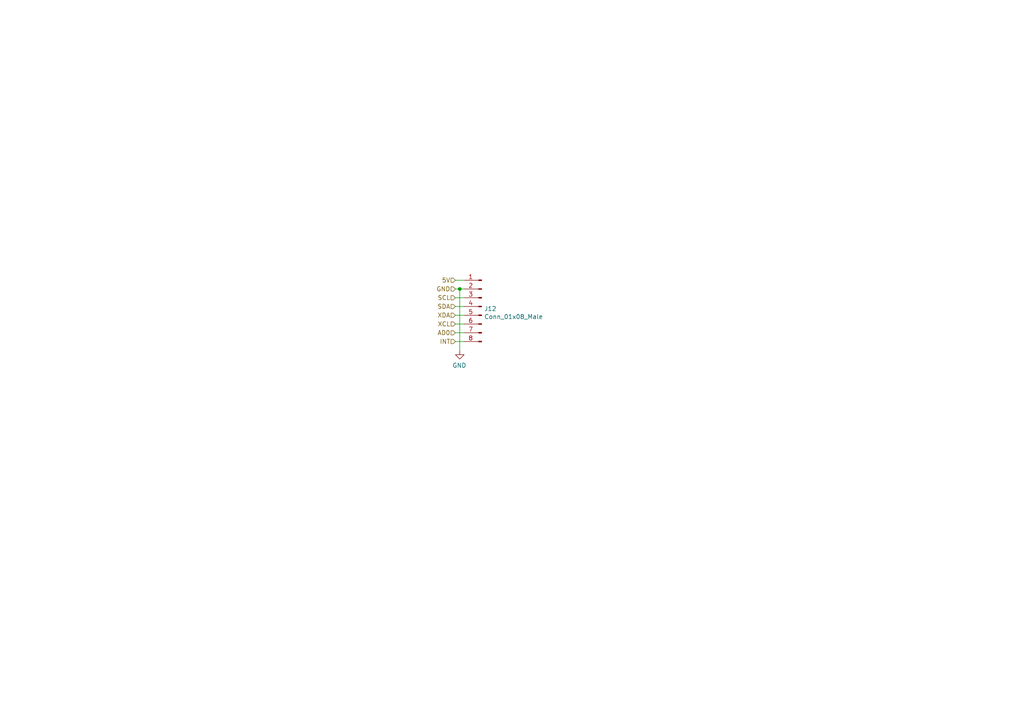
<source format=kicad_sch>
(kicad_sch (version 20211123) (generator eeschema)

  (uuid 51f5536d-48d2-4807-be44-93f427952b0e)

  (paper "A4")

  (lib_symbols
    (symbol "Connector:Conn_01x08_Male" (pin_names (offset 1.016) hide) (in_bom yes) (on_board yes)
      (property "Reference" "J" (id 0) (at 0 10.16 0)
        (effects (font (size 1.27 1.27)))
      )
      (property "Value" "Conn_01x08_Male" (id 1) (at 0 -12.7 0)
        (effects (font (size 1.27 1.27)))
      )
      (property "Footprint" "" (id 2) (at 0 0 0)
        (effects (font (size 1.27 1.27)) hide)
      )
      (property "Datasheet" "~" (id 3) (at 0 0 0)
        (effects (font (size 1.27 1.27)) hide)
      )
      (property "ki_keywords" "connector" (id 4) (at 0 0 0)
        (effects (font (size 1.27 1.27)) hide)
      )
      (property "ki_description" "Generic connector, single row, 01x08, script generated (kicad-library-utils/schlib/autogen/connector/)" (id 5) (at 0 0 0)
        (effects (font (size 1.27 1.27)) hide)
      )
      (property "ki_fp_filters" "Connector*:*_1x??_*" (id 6) (at 0 0 0)
        (effects (font (size 1.27 1.27)) hide)
      )
      (symbol "Conn_01x08_Male_1_1"
        (polyline
          (pts
            (xy 1.27 -10.16)
            (xy 0.8636 -10.16)
          )
          (stroke (width 0.1524) (type default) (color 0 0 0 0))
          (fill (type none))
        )
        (polyline
          (pts
            (xy 1.27 -7.62)
            (xy 0.8636 -7.62)
          )
          (stroke (width 0.1524) (type default) (color 0 0 0 0))
          (fill (type none))
        )
        (polyline
          (pts
            (xy 1.27 -5.08)
            (xy 0.8636 -5.08)
          )
          (stroke (width 0.1524) (type default) (color 0 0 0 0))
          (fill (type none))
        )
        (polyline
          (pts
            (xy 1.27 -2.54)
            (xy 0.8636 -2.54)
          )
          (stroke (width 0.1524) (type default) (color 0 0 0 0))
          (fill (type none))
        )
        (polyline
          (pts
            (xy 1.27 0)
            (xy 0.8636 0)
          )
          (stroke (width 0.1524) (type default) (color 0 0 0 0))
          (fill (type none))
        )
        (polyline
          (pts
            (xy 1.27 2.54)
            (xy 0.8636 2.54)
          )
          (stroke (width 0.1524) (type default) (color 0 0 0 0))
          (fill (type none))
        )
        (polyline
          (pts
            (xy 1.27 5.08)
            (xy 0.8636 5.08)
          )
          (stroke (width 0.1524) (type default) (color 0 0 0 0))
          (fill (type none))
        )
        (polyline
          (pts
            (xy 1.27 7.62)
            (xy 0.8636 7.62)
          )
          (stroke (width 0.1524) (type default) (color 0 0 0 0))
          (fill (type none))
        )
        (rectangle (start 0.8636 -10.033) (end 0 -10.287)
          (stroke (width 0.1524) (type default) (color 0 0 0 0))
          (fill (type outline))
        )
        (rectangle (start 0.8636 -7.493) (end 0 -7.747)
          (stroke (width 0.1524) (type default) (color 0 0 0 0))
          (fill (type outline))
        )
        (rectangle (start 0.8636 -4.953) (end 0 -5.207)
          (stroke (width 0.1524) (type default) (color 0 0 0 0))
          (fill (type outline))
        )
        (rectangle (start 0.8636 -2.413) (end 0 -2.667)
          (stroke (width 0.1524) (type default) (color 0 0 0 0))
          (fill (type outline))
        )
        (rectangle (start 0.8636 0.127) (end 0 -0.127)
          (stroke (width 0.1524) (type default) (color 0 0 0 0))
          (fill (type outline))
        )
        (rectangle (start 0.8636 2.667) (end 0 2.413)
          (stroke (width 0.1524) (type default) (color 0 0 0 0))
          (fill (type outline))
        )
        (rectangle (start 0.8636 5.207) (end 0 4.953)
          (stroke (width 0.1524) (type default) (color 0 0 0 0))
          (fill (type outline))
        )
        (rectangle (start 0.8636 7.747) (end 0 7.493)
          (stroke (width 0.1524) (type default) (color 0 0 0 0))
          (fill (type outline))
        )
        (pin passive line (at 5.08 7.62 180) (length 3.81)
          (name "Pin_1" (effects (font (size 1.27 1.27))))
          (number "1" (effects (font (size 1.27 1.27))))
        )
        (pin passive line (at 5.08 5.08 180) (length 3.81)
          (name "Pin_2" (effects (font (size 1.27 1.27))))
          (number "2" (effects (font (size 1.27 1.27))))
        )
        (pin passive line (at 5.08 2.54 180) (length 3.81)
          (name "Pin_3" (effects (font (size 1.27 1.27))))
          (number "3" (effects (font (size 1.27 1.27))))
        )
        (pin passive line (at 5.08 0 180) (length 3.81)
          (name "Pin_4" (effects (font (size 1.27 1.27))))
          (number "4" (effects (font (size 1.27 1.27))))
        )
        (pin passive line (at 5.08 -2.54 180) (length 3.81)
          (name "Pin_5" (effects (font (size 1.27 1.27))))
          (number "5" (effects (font (size 1.27 1.27))))
        )
        (pin passive line (at 5.08 -5.08 180) (length 3.81)
          (name "Pin_6" (effects (font (size 1.27 1.27))))
          (number "6" (effects (font (size 1.27 1.27))))
        )
        (pin passive line (at 5.08 -7.62 180) (length 3.81)
          (name "Pin_7" (effects (font (size 1.27 1.27))))
          (number "7" (effects (font (size 1.27 1.27))))
        )
        (pin passive line (at 5.08 -10.16 180) (length 3.81)
          (name "Pin_8" (effects (font (size 1.27 1.27))))
          (number "8" (effects (font (size 1.27 1.27))))
        )
      )
    )
    (symbol "power:GND" (power) (pin_names (offset 0)) (in_bom yes) (on_board yes)
      (property "Reference" "#PWR" (id 0) (at 0 -6.35 0)
        (effects (font (size 1.27 1.27)) hide)
      )
      (property "Value" "GND" (id 1) (at 0 -3.81 0)
        (effects (font (size 1.27 1.27)))
      )
      (property "Footprint" "" (id 2) (at 0 0 0)
        (effects (font (size 1.27 1.27)) hide)
      )
      (property "Datasheet" "" (id 3) (at 0 0 0)
        (effects (font (size 1.27 1.27)) hide)
      )
      (property "ki_keywords" "power-flag" (id 4) (at 0 0 0)
        (effects (font (size 1.27 1.27)) hide)
      )
      (property "ki_description" "Power symbol creates a global label with name \"GND\" , ground" (id 5) (at 0 0 0)
        (effects (font (size 1.27 1.27)) hide)
      )
      (symbol "GND_0_1"
        (polyline
          (pts
            (xy 0 0)
            (xy 0 -1.27)
            (xy 1.27 -1.27)
            (xy 0 -2.54)
            (xy -1.27 -1.27)
            (xy 0 -1.27)
          )
          (stroke (width 0) (type default) (color 0 0 0 0))
          (fill (type none))
        )
      )
      (symbol "GND_1_1"
        (pin power_in line (at 0 0 270) (length 0) hide
          (name "GND" (effects (font (size 1.27 1.27))))
          (number "1" (effects (font (size 1.27 1.27))))
        )
      )
    )
  )

  (junction (at 133.35 83.82) (diameter 0) (color 0 0 0 0)
    (uuid d04eabf5-018b-4006-a739-ce16277681b7)
  )

  (wire (pts (xy 132.08 99.06) (xy 134.62 99.06))
    (stroke (width 0) (type default) (color 0 0 0 0))
    (uuid 017667a9-f5de-49c7-af53-4f9af2f3a311)
  )
  (wire (pts (xy 132.08 86.36) (xy 134.62 86.36))
    (stroke (width 0) (type default) (color 0 0 0 0))
    (uuid 2a4f1c24-6486-4fd8-8092-72bb07a81274)
  )
  (wire (pts (xy 132.08 83.82) (xy 133.35 83.82))
    (stroke (width 0) (type default) (color 0 0 0 0))
    (uuid 3382bf79-b686-4aeb-9419-c8ab591662bb)
  )
  (wire (pts (xy 132.08 96.52) (xy 134.62 96.52))
    (stroke (width 0) (type default) (color 0 0 0 0))
    (uuid 7d2422a2-6679-4b2f-b253-47eef0da2414)
  )
  (wire (pts (xy 132.08 91.44) (xy 134.62 91.44))
    (stroke (width 0) (type default) (color 0 0 0 0))
    (uuid 897277a3-b7ce-4d18-8c5f-1c984a246298)
  )
  (wire (pts (xy 132.08 81.28) (xy 134.62 81.28))
    (stroke (width 0) (type default) (color 0 0 0 0))
    (uuid a1701438-3c8b-4b49-8695-36ec7f9ae4d2)
  )
  (wire (pts (xy 134.62 83.82) (xy 133.35 83.82))
    (stroke (width 0) (type default) (color 0 0 0 0))
    (uuid a7c83b25-afbd-4974-8870-387db8f81a5c)
  )
  (wire (pts (xy 133.35 83.82) (xy 133.35 101.6))
    (stroke (width 0) (type default) (color 0 0 0 0))
    (uuid c7db4903-f95a-49f5-bcce-c52f0ca8defc)
  )
  (wire (pts (xy 132.08 88.9) (xy 134.62 88.9))
    (stroke (width 0) (type default) (color 0 0 0 0))
    (uuid e6bf257d-5112-423c-b70a-adf8446f29da)
  )
  (wire (pts (xy 132.08 93.98) (xy 134.62 93.98))
    (stroke (width 0) (type default) (color 0 0 0 0))
    (uuid ed612f6d-67c1-4198-976d-84139f8d99bc)
  )

  (hierarchical_label "AD0" (shape input) (at 132.08 96.52 180)
    (effects (font (size 1.27 1.27)) (justify right))
    (uuid 1ae3634a-f90f-4c6a-8ba7-b38f98d4ccb2)
  )
  (hierarchical_label "XDA" (shape input) (at 132.08 91.44 180)
    (effects (font (size 1.27 1.27)) (justify right))
    (uuid 1d9dc91c-3457-4ca5-8e42-43be60ae0831)
  )
  (hierarchical_label "SCL" (shape input) (at 132.08 86.36 180)
    (effects (font (size 1.27 1.27)) (justify right))
    (uuid 2c10387c-3cac-4a7c-bbfb-95d69f41a890)
  )
  (hierarchical_label "INT" (shape input) (at 132.08 99.06 180)
    (effects (font (size 1.27 1.27)) (justify right))
    (uuid 4c144ffa-02d0-42da-aef1-f5175cbde9c0)
  )
  (hierarchical_label "XCL" (shape input) (at 132.08 93.98 180)
    (effects (font (size 1.27 1.27)) (justify right))
    (uuid 80b9a57f-3326-43ca-b6ca-5e911992b3c4)
  )
  (hierarchical_label "5V" (shape input) (at 132.08 81.28 180)
    (effects (font (size 1.27 1.27)) (justify right))
    (uuid 92d938cc-f8b1-437d-8914-3d97a0938f67)
  )
  (hierarchical_label "GND" (shape input) (at 132.08 83.82 180)
    (effects (font (size 1.27 1.27)) (justify right))
    (uuid bc204c79-0619-4b16-889d-335bfdd71ce0)
  )
  (hierarchical_label "SDA" (shape input) (at 132.08 88.9 180)
    (effects (font (size 1.27 1.27)) (justify right))
    (uuid f1c2e9b0-6f9f-485b-b482-d408df476d0f)
  )

  (symbol (lib_id "power:GND") (at 133.35 101.6 0) (mirror y) (unit 1)
    (in_bom yes) (on_board yes)
    (uuid 00000000-0000-0000-0000-000061837f5d)
    (property "Reference" "#PWR066" (id 0) (at 133.35 107.95 0)
      (effects (font (size 1.27 1.27)) hide)
    )
    (property "Value" "GND" (id 1) (at 133.223 105.9942 0))
    (property "Footprint" "" (id 2) (at 133.35 101.6 0)
      (effects (font (size 1.27 1.27)) hide)
    )
    (property "Datasheet" "" (id 3) (at 133.35 101.6 0)
      (effects (font (size 1.27 1.27)) hide)
    )
    (pin "1" (uuid c994d980-7bd2-480d-9db9-daf1e1397ac2))
  )

  (symbol (lib_id "Connector:Conn_01x08_Male") (at 139.7 88.9 0) (mirror y) (unit 1)
    (in_bom yes) (on_board yes)
    (uuid 00000000-0000-0000-0000-00006183942c)
    (property "Reference" "J12" (id 0) (at 140.4112 89.5604 0)
      (effects (font (size 1.27 1.27)) (justify right))
    )
    (property "Value" "Conn_01x08_Male" (id 1) (at 140.4112 91.8718 0)
      (effects (font (size 1.27 1.27)) (justify right))
    )
    (property "Footprint" "RascalHat:MPU-6050-Module" (id 2) (at 139.7 88.9 0)
      (effects (font (size 1.27 1.27)) hide)
    )
    (property "Datasheet" "~" (id 3) (at 139.7 88.9 0)
      (effects (font (size 1.27 1.27)) hide)
    )
    (pin "1" (uuid f5751636-179d-42f6-84a1-b57312e22235))
    (pin "2" (uuid 8db473f2-a523-45d0-95f3-17da82cb6fed))
    (pin "3" (uuid c1982966-86d2-469d-8d70-d9749f2686e5))
    (pin "4" (uuid a4f92e98-9948-4fe7-9593-97fe8797b7e6))
    (pin "5" (uuid a3fc79d6-0094-4a47-966b-3e6a77ee0d68))
    (pin "6" (uuid 4e48f2b1-7e80-47ec-824b-883a968ad9f9))
    (pin "7" (uuid af0af41e-659e-4e99-9b35-33f9dcf2ed42))
    (pin "8" (uuid 0b88085b-1054-4318-9dcf-e65c23b74dae))
  )
)

</source>
